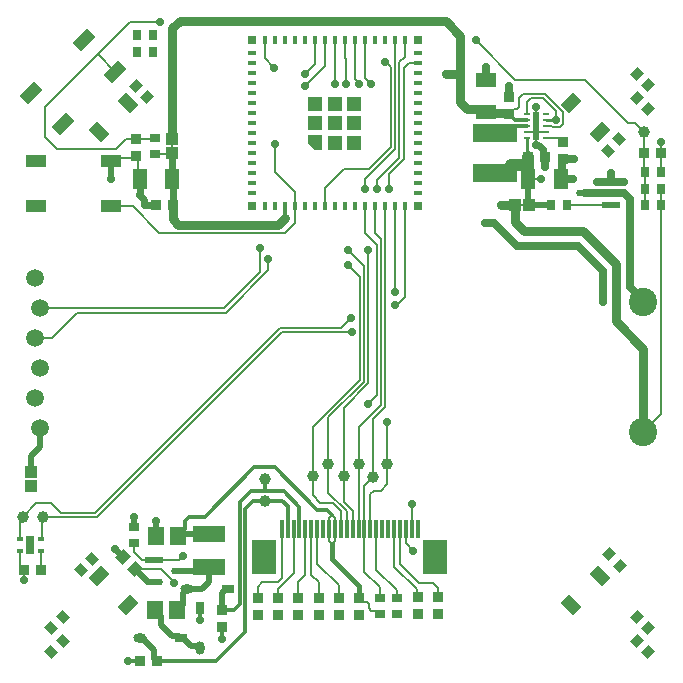
<source format=gtl>
G04*
G04 #@! TF.GenerationSoftware,Altium Limited,Altium Designer,22.2.1 (43)*
G04*
G04 Layer_Physical_Order=1*
G04 Layer_Color=255*
%FSLAX44Y44*%
%MOMM*%
G71*
G04*
G04 #@! TF.SameCoordinates,94726236-D1AE-4565-9949-D72E77048C11*
G04*
G04*
G04 #@! TF.FilePolarity,Positive*
G04*
G01*
G75*
%ADD10C,0.2500*%
%ADD11C,0.2000*%
%ADD14C,0.4000*%
%ADD16R,0.5500X0.3500*%
%ADD19R,1.1082X0.7821*%
G04:AMPARAMS|DCode=20|XSize=1.1082mm|YSize=0.7821mm|CornerRadius=0.3911mm|HoleSize=0mm|Usage=FLASHONLY|Rotation=180.000|XOffset=0mm|YOffset=0mm|HoleType=Round|Shape=RoundedRectangle|*
%AMROUNDEDRECTD20*
21,1,1.1082,0.0000,0,0,180.0*
21,1,0.3261,0.7821,0,0,180.0*
1,1,0.7821,-0.1631,0.0000*
1,1,0.7821,0.1631,0.0000*
1,1,0.7821,0.1631,0.0000*
1,1,0.7821,-0.1631,0.0000*
%
%ADD20ROUNDEDRECTD20*%
%ADD21R,0.9581X0.9121*%
%ADD23R,1.4546X1.5562*%
%ADD27R,0.9121X0.9581*%
%ADD28R,1.3055X1.7582*%
%ADD36R,1.5052X0.5721*%
G04:AMPARAMS|DCode=37|XSize=1.5052mm|YSize=0.5721mm|CornerRadius=0.2861mm|HoleSize=0mm|Usage=FLASHONLY|Rotation=180.000|XOffset=0mm|YOffset=0mm|HoleType=Round|Shape=RoundedRectangle|*
%AMROUNDEDRECTD37*
21,1,1.5052,0.0000,0,0,180.0*
21,1,0.9331,0.5721,0,0,180.0*
1,1,0.5721,-0.4666,0.0000*
1,1,0.5721,0.4666,0.0000*
1,1,0.5721,0.4666,0.0000*
1,1,0.5721,-0.4666,0.0000*
%
%ADD37ROUNDEDRECTD37*%
%ADD41R,2.7062X1.3549*%
%ADD43R,0.7821X1.1082*%
G04:AMPARAMS|DCode=44|XSize=1.1082mm|YSize=0.7821mm|CornerRadius=0.3911mm|HoleSize=0mm|Usage=FLASHONLY|Rotation=270.000|XOffset=0mm|YOffset=0mm|HoleType=Round|Shape=RoundedRectangle|*
%AMROUNDEDRECTD44*
21,1,1.1082,0.0000,0,0,270.0*
21,1,0.3261,0.7821,0,0,270.0*
1,1,0.7821,0.0000,-0.1631*
1,1,0.7821,0.0000,0.1631*
1,1,0.7821,0.0000,0.1631*
1,1,0.7821,0.0000,-0.1631*
%
%ADD44ROUNDEDRECTD44*%
%ADD46R,1.7582X1.3055*%
G04:AMPARAMS|DCode=58|XSize=1.05mm|YSize=0.9mm|CornerRadius=0mm|HoleSize=0mm|Usage=FLASHONLY|Rotation=225.000|XOffset=0mm|YOffset=0mm|HoleType=Round|Shape=Rectangle|*
%AMROTATEDRECTD58*
4,1,4,0.0530,0.6894,0.6894,0.0530,-0.0530,-0.6894,-0.6894,-0.0530,0.0530,0.6894,0.0*
%
%ADD58ROTATEDRECTD58*%

%ADD70R,0.7000X1.6000*%
%ADD77R,1.0000X1.0000*%
%ADD78R,0.9500X0.8000*%
%ADD79R,1.0000X1.0000*%
G04:AMPARAMS|DCode=80|XSize=1mm|YSize=1.5mm|CornerRadius=0mm|HoleSize=0mm|Usage=FLASHONLY|Rotation=45.000|XOffset=0mm|YOffset=0mm|HoleType=Round|Shape=Rectangle|*
%AMROTATEDRECTD80*
4,1,4,0.1768,-0.8839,-0.8839,0.1768,-0.1768,0.8839,0.8839,-0.1768,0.1768,-0.8839,0.0*
%
%ADD80ROTATEDRECTD80*%

G04:AMPARAMS|DCode=81|XSize=1mm|YSize=1.5mm|CornerRadius=0mm|HoleSize=0mm|Usage=FLASHONLY|Rotation=135.000|XOffset=0mm|YOffset=0mm|HoleType=Round|Shape=Rectangle|*
%AMROTATEDRECTD81*
4,1,4,0.8839,0.1768,-0.1768,-0.8839,-0.8839,-0.1768,0.1768,0.8839,0.8839,0.1768,0.0*
%
%ADD81ROTATEDRECTD81*%

%ADD82R,1.7000X1.0000*%
G04:AMPARAMS|DCode=83|XSize=0.95mm|YSize=0.8mm|CornerRadius=0mm|HoleSize=0mm|Usage=FLASHONLY|Rotation=225.000|XOffset=0mm|YOffset=0mm|HoleType=Round|Shape=Rectangle|*
%AMROTATEDRECTD83*
4,1,4,0.0530,0.6187,0.6187,0.0530,-0.0530,-0.6187,-0.6187,-0.0530,0.0530,0.6187,0.0*
%
%ADD83ROTATEDRECTD83*%

%ADD84R,0.8000X0.9500*%
%ADD85R,0.8000X0.8000*%
%ADD86R,0.6000X0.6000*%
%ADD87R,1.2000X1.2000*%
%ADD88R,0.8000X0.4000*%
%ADD89R,0.4000X0.8000*%
G04:AMPARAMS|DCode=90|XSize=0.95mm|YSize=0.8mm|CornerRadius=0mm|HoleSize=0mm|Usage=FLASHONLY|Rotation=315.000|XOffset=0mm|YOffset=0mm|HoleType=Round|Shape=Rectangle|*
%AMROTATEDRECTD90*
4,1,4,-0.6187,0.0530,-0.0530,0.6187,0.6187,-0.0530,0.0530,-0.6187,-0.6187,0.0530,0.0*
%
%ADD90ROTATEDRECTD90*%

%ADD91C,1.0000*%
%ADD92R,2.0000X3.0000*%
%ADD93R,0.3000X1.5000*%
G04:AMPARAMS|DCode=94|XSize=1.7mm|YSize=1mm|CornerRadius=0mm|HoleSize=0mm|Usage=FLASHONLY|Rotation=45.000|XOffset=0mm|YOffset=0mm|HoleType=Round|Shape=Rectangle|*
%AMROTATEDRECTD94*
4,1,4,-0.2475,-0.9546,-0.9546,-0.2475,0.2475,0.9546,0.9546,0.2475,-0.2475,-0.9546,0.0*
%
%ADD94ROTATEDRECTD94*%

%ADD95R,0.6000X2.4900*%
%ADD96R,0.6000X0.2700*%
%ADD97R,3.7000X1.5000*%
%ADD98C,0.5000*%
%ADD99C,0.7000*%
%ADD100C,0.8000*%
%ADD101C,0.3000*%
%ADD102C,0.6000*%
%ADD103C,1.0000*%
%ADD104C,2.4000*%
%ADD105C,1.5000*%
%ADD106C,0.7000*%
G36*
X-23000Y185000D02*
Y173000D01*
X-29000Y173000D01*
X-35000Y179000D01*
Y185000D01*
X-23000D01*
D02*
G37*
D10*
X166000Y198000D02*
X174500D01*
X150000Y167730D02*
X150730Y167000D01*
X150000Y167730D02*
Y183000D01*
D11*
X-248000Y173500D02*
X-197750D01*
X-258000Y183500D02*
Y209000D01*
Y183500D02*
X-248000Y173500D01*
X-213125Y253875D02*
X-185750Y281250D01*
X-258000Y209000D02*
X-213125Y253875D01*
Y253673D02*
X-198291Y238839D01*
X-213125Y253673D02*
Y253875D01*
X-198291Y238839D02*
Y238839D01*
X-185750Y281250D02*
X-160250D01*
X-183500Y125000D02*
X-161000Y102500D01*
X-202250Y125000D02*
X-183500D01*
X-161000Y102500D02*
X-54750D01*
X-46500Y110750D01*
Y125500D01*
X-104909Y35000D02*
X-68750Y71159D01*
Y80500D01*
X-106400Y38600D02*
X-76000Y69000D01*
Y89750D01*
X-150000Y170400D02*
Y182100D01*
X151375Y126375D02*
X151625D01*
X139925D02*
X151375D01*
X139800Y126250D02*
X139925Y126375D01*
X-6900Y22100D02*
X1500Y30500D01*
X-215241Y-134400D02*
X-58741Y22100D01*
X-6900D01*
X-265250Y-126500D02*
X-252500D01*
X-276500Y-137750D02*
X-265250Y-126500D01*
X-252500D02*
X-244600Y-134400D01*
X-215241D01*
X-259500Y-138000D02*
X-213750D01*
X-57250Y18500D01*
X1750D01*
X47000Y48647D02*
Y125500D01*
X40103Y41750D02*
X47000Y48647D01*
X38750Y41750D02*
X40103D01*
X38500Y125500D02*
X38625Y125375D01*
Y52875D02*
X38750Y52750D01*
X38625Y52875D02*
Y125375D01*
X-261000Y-157000D02*
X-260250Y-156250D01*
Y-138750D01*
X-259500Y-138000D01*
X-279500Y-142915D02*
X-276500Y-139915D01*
X-279500Y-157000D02*
Y-142915D01*
X-276500Y-139915D02*
Y-137750D01*
X-275540Y-191710D02*
Y-183000D01*
X-261000D02*
Y-167000D01*
X-279331Y-179439D02*
X-275770Y-183000D01*
X-279500Y-173750D02*
X-279331Y-173919D01*
X-275770Y-183000D02*
X-275540D01*
X-279331Y-179439D02*
Y-173919D01*
X-279500Y-173750D02*
Y-167000D01*
X106750Y265750D02*
X140250Y232250D01*
X199000D01*
X235750Y195500D02*
X242000D01*
X249500Y188000D01*
X199000Y232250D02*
X235750Y195500D01*
X30000Y247500D02*
X34900Y242600D01*
Y175241D02*
Y242600D01*
X16409Y156750D02*
X34900Y175241D01*
X-5000Y156750D02*
X16409D01*
X-21000Y140750D02*
X-5000Y156750D01*
X-21000Y125500D02*
Y140750D01*
X-144500Y-174250D02*
X-141000Y-170750D01*
X-165510Y-174250D02*
X-144500D01*
X-148750Y-193500D02*
Y-192853D01*
X-159757Y-181846D02*
X-148750Y-192853D01*
X-181093Y-181846D02*
X-159757D01*
X-181623Y-182376D02*
X-181093Y-181846D01*
X52500Y-148194D02*
Y-126750D01*
X47500Y-160250D02*
X53750Y-166500D01*
X47500Y-160250D02*
Y-148194D01*
X-12500Y-148194D02*
Y-138500D01*
X-15000Y-136000D02*
X-12500Y-138500D01*
X-17500Y-138500D02*
X-15000Y-136000D01*
X-17500Y-148194D02*
Y-138500D01*
X-266000Y13200D02*
X-252300D01*
X-230500Y35000D02*
X-104909D01*
X-252300Y13200D02*
X-230500Y35000D01*
X-262000Y38600D02*
X-106400D01*
X-38000Y236750D02*
X-29500Y245250D01*
Y265500D01*
X-198291Y238839D02*
X-195816Y241314D01*
X-72000Y250500D02*
X-63750Y242250D01*
X-72000Y250500D02*
Y265500D01*
X-63500Y154250D02*
X-46500Y137250D01*
X-63500Y154250D02*
Y178000D01*
X-46500Y125500D02*
Y137250D01*
X13000Y233500D02*
Y265500D01*
Y233500D02*
X18000Y228500D01*
X4500Y232853D02*
X7500Y229853D01*
X4500Y232853D02*
Y265500D01*
X7500Y228500D02*
Y229853D01*
X-4000Y250853D02*
X-2750Y249603D01*
Y228500D02*
Y249603D01*
X-12500Y228500D02*
Y265500D01*
X-12500Y228500D02*
X-12500Y228500D01*
X-38000Y226500D02*
X-21000Y243500D01*
Y265500D01*
X-4000Y250853D02*
Y265500D01*
X-1750Y75250D02*
X8550Y64950D01*
Y-22018D02*
Y64950D01*
X12150Y-23509D02*
Y74100D01*
X-1500Y87750D02*
X12150Y74100D01*
X-31000Y-61568D02*
X8550Y-22018D01*
X-31000Y-103000D02*
Y-61568D01*
X-18000Y-53659D02*
X12150Y-23509D01*
X-18000Y-93000D02*
Y-53659D01*
X-5000Y-45750D02*
X15750Y-25000D01*
Y87750D01*
X-5000Y-103000D02*
Y-45750D01*
X22800Y-34825D02*
Y92200D01*
X13000Y102000D02*
Y125500D01*
Y102000D02*
X22800Y92200D01*
X15625Y-42000D02*
X22800Y-34825D01*
X31750Y-57500D02*
X31875Y-57625D01*
Y-92875D02*
X32000Y-93000D01*
X31875Y-92875D02*
Y-57625D01*
X33500Y139500D02*
Y152460D01*
X45748Y164708D01*
Y241748D01*
X50500Y246500D01*
X57500D01*
X42100Y166152D02*
Y172600D01*
X23250Y139500D02*
Y147302D01*
X42100Y166152D01*
X13250Y148500D02*
X38500Y173750D01*
X13250Y139500D02*
Y148500D01*
X42100Y172600D02*
X42148Y172648D01*
Y246798D01*
X38500Y173750D02*
Y265500D01*
X21500Y102500D02*
X26400Y97600D01*
X21500Y102500D02*
Y125500D01*
X26400Y-43509D02*
Y97600D01*
X8000Y-61909D02*
X26400Y-43509D01*
X8000Y-93000D02*
Y-61909D01*
X30000Y-45000D02*
Y125500D01*
X20000Y-55000D02*
X30000Y-45000D01*
X20000Y-104000D02*
Y-55000D01*
X42148Y246798D02*
X47000Y251650D01*
Y265500D01*
X-197750Y173500D02*
X-189250Y182000D01*
X-181000D01*
X-200766Y236364D02*
X-198291Y238839D01*
X-199000Y166250D02*
X-182210D01*
X-181000Y167460D02*
X-179500Y165960D01*
X-182210Y166250D02*
X-181000Y167460D01*
X-202250Y163000D02*
X-199000Y166250D01*
X249500Y169770D02*
Y188000D01*
X249480Y169750D02*
X249500Y169770D01*
X264020Y169750D02*
Y179730D01*
X249480Y154270D02*
Y169750D01*
Y154270D02*
X250000Y153750D01*
X263500Y153750D02*
Y169230D01*
X264020Y169750D01*
X250000Y139750D02*
Y153750D01*
Y125750D02*
Y139750D01*
X263500Y125750D02*
Y139750D01*
Y125750D02*
X263500Y125750D01*
X248500Y-66000D02*
X263500Y-51000D01*
Y125750D01*
X184250Y126500D02*
X221005D01*
X184250Y126500D02*
X184250Y126500D01*
X151000Y148000D02*
X162000D01*
X174500Y198000D02*
Y206125D01*
X163725Y216900D02*
X174500Y206125D01*
X153500Y216900D02*
X163725D01*
X150000Y213400D02*
X153500Y216900D01*
X165217Y220500D02*
X180600Y205116D01*
X146750Y220500D02*
X165217D01*
X143250Y217000D02*
X146750Y220500D01*
X150000Y203000D02*
Y213400D01*
X180600Y194350D02*
Y205116D01*
X178150Y191900D02*
X180600Y194350D01*
X170873Y193000D02*
X171973Y191900D01*
X166000Y193000D02*
X170873D01*
X171973Y191900D02*
X178150D01*
X135250Y203433D02*
Y203480D01*
Y203250D02*
Y203433D01*
X143250Y208750D02*
Y217000D01*
X141541Y207041D02*
X143250Y208750D01*
X138811Y207041D02*
X141541D01*
X135250Y203480D02*
X138811Y207041D01*
X158000Y177250D02*
Y190000D01*
X177439Y183000D02*
X181000Y179439D01*
X166000Y183000D02*
X177439D01*
X181000Y179270D02*
Y179439D01*
X158000Y190000D02*
X160000Y188000D01*
X166000D01*
X158000Y190000D02*
Y193000D01*
Y208750D01*
X156000Y188000D02*
X158000Y190000D01*
X150000Y188000D02*
X156000D01*
X-165500Y182000D02*
X-165000Y182500D01*
X-181000Y182000D02*
X-165500D01*
X-179500Y149973D02*
X-177527Y148000D01*
X-179500Y149973D02*
Y165960D01*
X-165000Y169000D02*
X-151400D01*
X-150000Y170400D01*
X-182500Y-167500D02*
X-175750Y-174250D01*
X-182500Y-167500D02*
Y-160000D01*
X-175750Y-174250D02*
X-165510D01*
X16750Y-215500D02*
Y-211750D01*
X18500Y-217250D02*
X22500D01*
X16750Y-215500D02*
X18500Y-217250D01*
X22500D02*
X25500Y-220250D01*
X15021Y-210021D02*
X16750Y-211750D01*
X8250Y-206460D02*
Y-206230D01*
Y-206460D02*
X11811Y-210021D01*
X15021D01*
X25500Y-206750D02*
Y-197500D01*
X12500Y-184500D02*
X25500Y-197500D01*
X12500Y-184500D02*
Y-148194D01*
X17500Y-118750D02*
X20500Y-115750D01*
X17500Y-148194D02*
Y-118750D01*
X20500Y-115750D02*
X26750D01*
X32000Y-110500D02*
Y-93000D01*
X26750Y-115750D02*
X32000Y-110500D01*
X12500Y-148194D02*
Y-111500D01*
X20000Y-104000D01*
X7500Y-148194D02*
X7750Y-147944D01*
Y-93250D01*
X8000Y-93000D01*
X-5000Y-125318D02*
Y-103000D01*
Y-125318D02*
X2500Y-132818D01*
Y-148194D02*
Y-132818D01*
X-18000Y-117409D02*
X-2500Y-132909D01*
X-18000Y-117409D02*
Y-93000D01*
X-2500Y-148194D02*
Y-132909D01*
X-31000Y-119750D02*
X-24750Y-126000D01*
X-31000Y-119750D02*
Y-103000D01*
X-24750Y-126000D02*
X-14500D01*
X-7500Y-133000D01*
Y-148194D02*
Y-133000D01*
X42500Y-178000D02*
X58500Y-194000D01*
X70250D01*
X42500Y-178000D02*
Y-148194D01*
X37500Y-180000D02*
Y-148194D01*
X56611Y-204841D02*
X57500Y-205730D01*
X56611Y-204841D02*
Y-199111D01*
X37500Y-180000D02*
X56611Y-199111D01*
X70250Y-194000D02*
X74750Y-198500D01*
Y-205730D02*
Y-198500D01*
X39750Y-206500D02*
Y-199750D01*
X22500Y-182500D02*
Y-148194D01*
Y-182500D02*
X39750Y-199750D01*
X-15000Y-160500D02*
X-12500Y-158000D01*
Y-148194D01*
X-17500Y-158000D02*
X-15000Y-160500D01*
X-17500Y-158000D02*
Y-148194D01*
X-27500Y-177500D02*
X-9000Y-196000D01*
Y-206230D02*
Y-196000D01*
X-27500Y-177500D02*
Y-148194D01*
X-26250Y-206230D02*
Y-193250D01*
X-32500Y-187000D02*
X-26250Y-193250D01*
X-32500Y-187000D02*
Y-148194D01*
X-43500Y-192750D02*
X-37500Y-186750D01*
X-43500Y-206230D02*
Y-192750D01*
X-37500Y-186750D02*
Y-148194D01*
X-61000Y-205000D02*
Y-199000D01*
X-47500Y-185500D01*
Y-148194D01*
X-78000Y-205000D02*
Y-197000D01*
X-74000Y-193000D01*
X-61000D01*
X-57500Y-189500D01*
Y-148194D01*
D14*
X8250Y-206230D02*
Y-196750D01*
X-15000Y-173500D02*
X8250Y-196750D01*
X-15000Y-173500D02*
Y-160500D01*
D16*
X-279500Y-167000D02*
D03*
X-279500Y-157000D02*
D03*
X-261000Y-157000D02*
D03*
Y-167000D02*
D03*
D19*
X-142700Y-240500D02*
D03*
X-102700Y-199000D02*
D03*
D20*
X-177300Y-240500D02*
D03*
X-137300Y-199000D02*
D03*
D21*
X-163250Y-260250D02*
D03*
X-177790D02*
D03*
X-149730Y126000D02*
D03*
X-164270D02*
D03*
X249480Y169750D02*
D03*
X264020D02*
D03*
X-275540Y-183000D02*
D03*
X-261000D02*
D03*
X165270Y167000D02*
D03*
X150730D02*
D03*
D23*
X-145242Y-154250D02*
D03*
X-163758D02*
D03*
X-164758Y-217000D02*
D03*
X-146242D02*
D03*
D27*
X-181000Y182000D02*
D03*
Y167460D02*
D03*
X-108000Y-216730D02*
D03*
Y-231270D02*
D03*
X74750Y-205730D02*
D03*
Y-220270D02*
D03*
X57500Y-205730D02*
D03*
Y-220270D02*
D03*
X8250Y-206230D02*
D03*
Y-220770D02*
D03*
X-9000Y-206230D02*
D03*
Y-220770D02*
D03*
X-26250Y-206230D02*
D03*
Y-220770D02*
D03*
X-43500Y-206230D02*
D03*
Y-220770D02*
D03*
X-60750Y-206230D02*
D03*
Y-220770D02*
D03*
X-78000Y-206230D02*
D03*
Y-220770D02*
D03*
X135250Y217790D02*
D03*
Y203250D02*
D03*
X181000Y164730D02*
D03*
Y179270D02*
D03*
D28*
X-150000Y148000D02*
D03*
X-177527D02*
D03*
X178527Y148000D02*
D03*
X151000D02*
D03*
D36*
X221005Y126500D02*
D03*
X-165510Y-174250D02*
D03*
D37*
X221005Y145500D02*
D03*
X198995Y136000D02*
D03*
X-165510Y-193250D02*
D03*
X-143500Y-183750D02*
D03*
D41*
X-119500Y-152744D02*
D03*
Y-180257D02*
D03*
D43*
X-127000Y-214700D02*
D03*
D44*
Y-249300D02*
D03*
D46*
X115500Y232264D02*
D03*
Y204736D02*
D03*
D58*
X-191877Y-172124D02*
D03*
X-181623Y-182376D02*
D03*
D70*
X-270250Y-162000D02*
D03*
D77*
X-270000Y-100150D02*
D03*
Y-111850D02*
D03*
X-150000Y182100D02*
D03*
Y170400D02*
D03*
D78*
X-182500Y-160000D02*
D03*
Y-146500D02*
D03*
X-165000Y169000D02*
D03*
Y182500D02*
D03*
X25500Y-206750D02*
D03*
Y-220250D02*
D03*
X39750Y-206500D02*
D03*
Y-220000D02*
D03*
D79*
X139800Y126250D02*
D03*
X151500D02*
D03*
D80*
X212374Y-187626D02*
D03*
X187626Y-212374D02*
D03*
X-212374Y187626D02*
D03*
X-187626Y212374D02*
D03*
D81*
X-212374Y-187626D02*
D03*
X-187626Y-212374D02*
D03*
X212374Y187626D02*
D03*
X187626Y212374D02*
D03*
D82*
X-202250Y163000D02*
D03*
X-265250D02*
D03*
X-202250Y125000D02*
D03*
X-265250D02*
D03*
D83*
X-180773Y226773D02*
D03*
X-171227Y217227D02*
D03*
X252523Y227727D02*
D03*
X242977Y237273D02*
D03*
X252451Y207549D02*
D03*
X242905Y217095D02*
D03*
X228773Y-179273D02*
D03*
X219227Y-169727D02*
D03*
X252451Y-252451D02*
D03*
X242905Y-242905D02*
D03*
X253023Y-232273D02*
D03*
X243477Y-222727D02*
D03*
D84*
X-166250Y256000D02*
D03*
X-179750D02*
D03*
Y270000D02*
D03*
X-166250D02*
D03*
X170750Y126500D02*
D03*
X184250D02*
D03*
X250000Y153750D02*
D03*
X263500Y153750D02*
D03*
X263500Y139750D02*
D03*
X250000D02*
D03*
X263500Y125750D02*
D03*
X250000Y125750D02*
D03*
D85*
X-82500Y265500D02*
D03*
X57500D02*
D03*
X-82500Y125500D02*
D03*
X57500D02*
D03*
D86*
X-29000Y179000D02*
D03*
D87*
Y195500D02*
D03*
Y212000D02*
D03*
X-12500D02*
D03*
X4000D02*
D03*
Y195500D02*
D03*
X-12500Y179000D02*
D03*
X4000D02*
D03*
X-12500Y195500D02*
D03*
D88*
X-82500Y136000D02*
D03*
X-82500Y144500D02*
D03*
Y153000D02*
D03*
X-82500Y161500D02*
D03*
X-82500Y170000D02*
D03*
X-82500Y178500D02*
D03*
X-82500Y187000D02*
D03*
X-82500Y195500D02*
D03*
X-82500Y204000D02*
D03*
X-82500Y212500D02*
D03*
X-82500Y221000D02*
D03*
Y229500D02*
D03*
X-82500Y238000D02*
D03*
X-82500Y246500D02*
D03*
X-82500Y255000D02*
D03*
X57500Y255000D02*
D03*
X57500Y246500D02*
D03*
X57500Y238000D02*
D03*
Y229500D02*
D03*
X57500Y221000D02*
D03*
X57500Y212500D02*
D03*
Y204000D02*
D03*
Y195500D02*
D03*
X57500Y187000D02*
D03*
Y178500D02*
D03*
X57500Y170000D02*
D03*
X57500Y161500D02*
D03*
Y153000D02*
D03*
X57500Y144500D02*
D03*
X57500Y136000D02*
D03*
D89*
X-72000Y265500D02*
D03*
X-63500D02*
D03*
X-55000D02*
D03*
X-46500D02*
D03*
X-38000D02*
D03*
X-29500D02*
D03*
X-21000D02*
D03*
X-12500D02*
D03*
X-4000D02*
D03*
X4500D02*
D03*
X13000D02*
D03*
X21500D02*
D03*
X30000D02*
D03*
X38500D02*
D03*
X47000D02*
D03*
X-72000Y125500D02*
D03*
X-63500Y125500D02*
D03*
X-55000Y125500D02*
D03*
X-46500D02*
D03*
X-38000D02*
D03*
X-29500D02*
D03*
X-21000D02*
D03*
X-12500D02*
D03*
X-4000D02*
D03*
X4500D02*
D03*
X13000Y125500D02*
D03*
X21500Y125500D02*
D03*
X30000D02*
D03*
X38500D02*
D03*
X47000D02*
D03*
D90*
X218727Y172227D02*
D03*
X228273Y181773D02*
D03*
X-252451Y-252451D02*
D03*
X-242905Y-242905D02*
D03*
X-252523Y-232023D02*
D03*
X-242977Y-222477D02*
D03*
X-227773Y-183023D02*
D03*
X-218227Y-173477D02*
D03*
D91*
X249500Y188000D02*
D03*
X8000Y-93000D02*
D03*
X32000D02*
D03*
X20000Y-104000D02*
D03*
X-5000Y-103000D02*
D03*
X-18000Y-93000D02*
D03*
X-31000Y-103000D02*
D03*
X-72000Y-106250D02*
D03*
Y-124500D02*
D03*
X-276500Y-137750D02*
D03*
X-259500Y-138000D02*
D03*
D92*
X72650Y-171694D02*
D03*
X-72650Y-171694D02*
D03*
D93*
X-57500Y-148194D02*
D03*
X-52500D02*
D03*
X-47500D02*
D03*
X-42500Y-148194D02*
D03*
X-37500Y-148194D02*
D03*
X-32500D02*
D03*
X-27500D02*
D03*
X-22500Y-148194D02*
D03*
X-17500Y-148194D02*
D03*
X-12500Y-148194D02*
D03*
X-7500D02*
D03*
X-2500Y-148194D02*
D03*
X2500D02*
D03*
X7500D02*
D03*
X12500D02*
D03*
X17500D02*
D03*
X22500Y-148194D02*
D03*
X27500Y-148194D02*
D03*
X32500D02*
D03*
X37500D02*
D03*
X42500D02*
D03*
X47500D02*
D03*
X52500D02*
D03*
X57500D02*
D03*
D94*
X-225161Y265709D02*
D03*
X-269709Y221161D02*
D03*
X-198291Y238839D02*
D03*
X-242839Y194291D02*
D03*
D95*
X158000Y193000D02*
D03*
D96*
X166000Y183000D02*
D03*
Y188000D02*
D03*
Y193000D02*
D03*
Y198000D02*
D03*
Y203000D02*
D03*
X150000D02*
D03*
Y198000D02*
D03*
Y193000D02*
D03*
Y188000D02*
D03*
Y183000D02*
D03*
D97*
X123000Y153000D02*
D03*
X123000Y187000D02*
D03*
D98*
X-202250Y148250D02*
Y163000D01*
X151375Y126375D02*
X151500Y126250D01*
X151250Y126500D02*
X151375Y126375D01*
X-270000Y-100150D02*
Y-86500D01*
X-262000Y-78500D01*
Y-63000D01*
X-182500Y-146500D02*
Y-138250D01*
X-163758Y-154250D02*
Y-141508D01*
X151625Y126375D02*
X170625D01*
X151500Y126250D02*
X151625Y126375D01*
X170625D02*
X170750Y126500D01*
X151000Y148000D02*
X151250Y147750D01*
Y126500D02*
Y147750D01*
X-104330Y-199000D02*
X-102700D01*
X-108000Y-216730D02*
Y-202670D01*
X-104330Y-199000D01*
X-175669Y-240500D02*
X-165541Y-250629D01*
Y-258189D02*
X-163480Y-260250D01*
X-163250D01*
X-177300Y-240500D02*
X-175669D01*
X-165541Y-258189D02*
Y-250629D01*
X-128303Y-247130D02*
X-127000Y-248433D01*
Y-249300D02*
Y-248433D01*
X-142700Y-240500D02*
X-141070D01*
X-134440Y-247130D01*
X-128303D01*
X-159985Y-229265D02*
X-150161Y-239089D01*
X-144111D01*
X-142700Y-240500D01*
X-159985Y-229265D02*
Y-221773D01*
X-164758Y-217000D02*
X-159985Y-221773D01*
X-198750Y-165250D02*
X-191877Y-172124D01*
X-181623Y-182376D02*
X-170888Y-193112D01*
X-165648D01*
X-165510Y-193250D01*
X-141469Y-212227D02*
Y-202302D01*
X-138167Y-199000D01*
X-137300D01*
X-146242Y-217000D02*
X-141469Y-212227D01*
X-143736Y-152744D02*
X-119500D01*
X-125250Y-199000D02*
X-119500Y-193250D01*
Y-180257D01*
X-137300Y-199000D02*
X-125250D01*
X-143500Y-183750D02*
X-143362Y-183612D01*
X-122856D01*
X-119500Y-180257D01*
D99*
X114750Y111000D02*
X122250D01*
X141500Y91750D01*
X193000D01*
X214750Y70001D01*
Y44000D02*
Y70001D01*
X248500Y44000D02*
Y45250D01*
X237150Y56600D02*
Y130850D01*
Y56600D02*
X248500Y45250D01*
X232000Y136000D02*
X237150Y130850D01*
X198995Y136000D02*
X232000D01*
X221005Y145500D02*
Y153495D01*
Y145500D02*
X232500D01*
X209250D02*
X221005D01*
X181000Y164730D02*
X189730D01*
X178527Y148000D02*
X179939Y149412D01*
Y163669D02*
X181000Y164730D01*
X179939Y149412D02*
Y163669D01*
X135250Y217790D02*
Y227000D01*
X115500Y232264D02*
Y243250D01*
X165270Y158020D02*
Y167000D01*
X178527Y148000D02*
X189250D01*
D100*
X81500Y236750D02*
X93750D01*
X139300Y125750D02*
X139800Y126250D01*
X128500Y125750D02*
X139300D01*
X93750Y236750D02*
Y269500D01*
Y213250D02*
Y236750D01*
X-150000Y276000D02*
X-144000Y282000D01*
X-150000Y182100D02*
Y276000D01*
X-144000Y282000D02*
X81250D01*
X93750Y269500D01*
Y213250D02*
X99736Y207264D01*
X112972D02*
X115500Y204736D01*
X99736Y207264D02*
X112972D01*
X147250Y104000D02*
X197750D01*
X225250Y76500D01*
Y27750D02*
Y76500D01*
X139800Y111450D02*
X147250Y104000D01*
X139800Y111450D02*
Y126250D01*
X225250Y27750D02*
X248500Y4500D01*
Y-66000D02*
Y4500D01*
X116243Y203993D02*
X134689D01*
X115500Y204736D02*
X116243Y203993D01*
X134689D02*
X135250Y203433D01*
X-145250Y109500D02*
X-60500D01*
X-55000Y115000D01*
X-149730Y113980D02*
X-145250Y109500D01*
X-149730Y113980D02*
Y126000D01*
D101*
X-136000Y-137750D02*
X-122750D01*
X-81000Y-96000D01*
X-63500D01*
X-139469Y-141219D02*
X-136000Y-137750D01*
X-27250Y-132250D02*
X-18750D01*
X-63500Y-96000D02*
X-27250Y-132250D01*
X-143736Y-152744D02*
X-139469Y-148477D01*
X-145242Y-154250D02*
X-143736Y-152744D01*
X-18750Y-132250D02*
X-15000Y-136000D01*
X-139469Y-148477D02*
Y-141219D01*
X-72000Y-116400D02*
X-55850D01*
X-42500Y-148194D02*
Y-129750D01*
X-55850Y-116400D02*
X-42500Y-129750D01*
X135250Y203020D02*
Y203250D01*
X140270Y198000D02*
X150000D01*
X135250Y203020D02*
X140270Y198000D01*
X123000Y187000D02*
X129000Y193000D01*
X150000D01*
X-55000Y115000D02*
Y125500D01*
X-83900Y-116400D02*
X-72000D01*
Y-106250D01*
X-93250Y-125750D02*
X-83900Y-116400D01*
X-93250Y-212000D02*
Y-125750D01*
X-57000Y-124500D02*
X-52500Y-129000D01*
Y-148194D02*
Y-129000D01*
X-72000Y-124500D02*
X-57000D01*
X-82000D02*
X-72000D01*
X-88650Y-131150D02*
X-82000Y-124500D01*
X-88650Y-235400D02*
Y-131150D01*
X-188000Y-260250D02*
X-177790D01*
X-108000Y-241000D02*
Y-231270D01*
X-127000Y-225000D02*
Y-214700D01*
X-113500Y-260250D02*
X-88650Y-235400D01*
X-163250Y-260250D02*
X-113500D01*
X-97980Y-216730D02*
X-93250Y-212000D01*
X-108000Y-216730D02*
X-97980D01*
D102*
X163479Y168561D02*
Y173235D01*
X158191Y177059D02*
X159656D01*
X163479Y173235D01*
X158000Y177250D02*
X158191Y177059D01*
X163479Y168561D02*
X165040Y167000D01*
X165270D01*
X-173691Y126191D02*
Y130421D01*
X-177527Y134257D02*
Y134527D01*
Y134257D02*
X-173691Y130421D01*
Y126191D02*
X-173500Y126000D01*
X-177527Y134527D02*
Y148000D01*
X-173500Y126000D02*
X-164270D01*
X-150000Y148000D02*
Y170400D01*
X-149865Y126135D02*
Y147865D01*
X-150000Y148000D02*
X-149865Y147865D01*
Y126135D02*
X-149730Y126000D01*
D103*
X150730Y159750D02*
Y167000D01*
X123000Y153000D02*
X134000D01*
X136500Y159277D02*
X136973Y159750D01*
X136500Y155500D02*
Y159277D01*
X150730Y148270D02*
Y159750D01*
X134000Y153000D02*
X136500Y155500D01*
X136973Y159750D02*
X150730D01*
Y148270D02*
X151000Y148000D01*
D104*
X248500Y44000D02*
D03*
Y-66000D02*
D03*
D105*
X-266000Y64000D02*
D03*
X-262000Y38600D02*
D03*
X-266000Y13200D02*
D03*
X-262000Y-12200D02*
D03*
X-266000Y-37600D02*
D03*
X-262000Y-63000D02*
D03*
D106*
X-202250Y148250D02*
D03*
X-68750Y80500D02*
D03*
X-76000Y89750D02*
D03*
X1750Y18500D02*
D03*
X1500Y30500D02*
D03*
X38750Y41750D02*
D03*
Y52750D02*
D03*
X-275540Y-191710D02*
D03*
X114750Y111000D02*
D03*
X106750Y265750D02*
D03*
X30000Y247500D02*
D03*
X81500Y236750D02*
D03*
X214750Y44000D02*
D03*
X-141000Y-170750D02*
D03*
X-148750Y-193500D02*
D03*
X52500Y-126750D02*
D03*
X53750Y-166500D02*
D03*
X-182500Y-138250D02*
D03*
X-163758Y-141508D02*
D03*
X-38000Y236750D02*
D03*
X-160250Y281250D02*
D03*
X-63750Y242250D02*
D03*
X128500Y125750D02*
D03*
X-63500Y178000D02*
D03*
X18000Y228500D02*
D03*
X7500D02*
D03*
X-2750D02*
D03*
X-12500D02*
D03*
X-38000Y226500D02*
D03*
X-1750Y75250D02*
D03*
X-1500Y87750D02*
D03*
X15750D02*
D03*
X15625Y-42000D02*
D03*
X31750Y-57500D02*
D03*
X33500Y139500D02*
D03*
X23250D02*
D03*
X13250D02*
D03*
X264020Y179730D02*
D03*
X221005Y153495D02*
D03*
X232500Y145500D02*
D03*
X209250D02*
D03*
X189730Y164730D02*
D03*
X135250Y227000D02*
D03*
X115500Y243250D02*
D03*
X162000Y148000D02*
D03*
X174500Y198000D02*
D03*
X165270Y158020D02*
D03*
X189250Y148000D02*
D03*
X158000Y208750D02*
D03*
Y177250D02*
D03*
X-177527Y134527D02*
D03*
X-173500Y126000D02*
D03*
X-188000Y-260250D02*
D03*
X-108000Y-241000D02*
D03*
X-127000Y-225000D02*
D03*
X-198750Y-165250D02*
D03*
M02*

</source>
